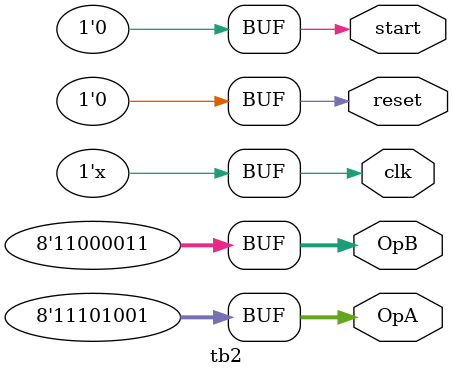
<source format=v>
module tb2(clk,reset,start,OpA,OpB);
parameter width = 8;

output clk;
output start;
output reset;
output[width-1:0] OpA;
output[width-1:0] OpB;

reg clk;
reg reset;
reg start;
reg [width-1:0] OpA;
reg [width-1:0] OpB;

initial begin
OpA <='b11101001;
OpB <='b11000011;
clk <= 'b0;
reset <= 'b0;
#5 reset <= 1;
#20 reset <= 0;
#10 start <= 1;
#30 start <= 0;

end

always  #5  clk = ~clk;	 

endmodule

</source>
